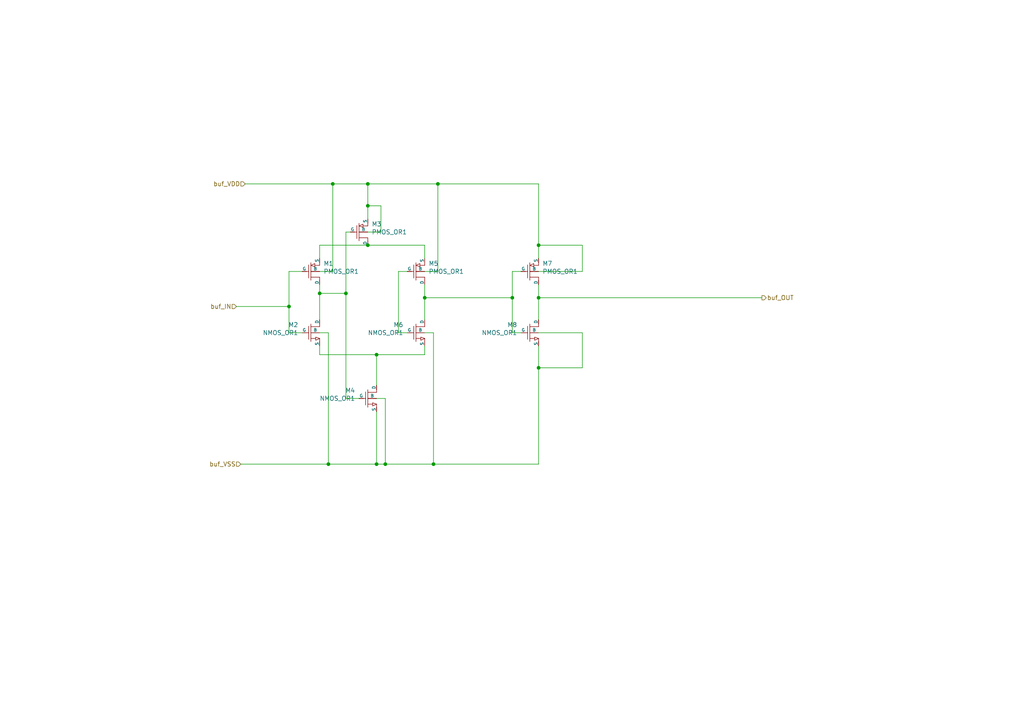
<source format=kicad_sch>
(kicad_sch (version 20230121) (generator eeschema)
  (paper "A4")
  (lib_symbols
    (symbol "0_OR1Symbols:NMOS_OR1" (pin_numbers hide) (pin_names (offset 0))
      (property "Reference" "M" (at 8.89 5.08 0))
      (property "Value" "NMOS_OR1" (at 8.89 2.54 0))
      (symbol "NMOS_OR1_0_1"
        (polyline (pts (xy 0 0) (xy 1.905 0)))
        (polyline (pts (xy 1.905 1.905) (xy 1.905 -1.905)))
        (polyline (pts (xy 2.54 -2.54) (xy 2.54 2.54)))
        (polyline (pts (xy 2.54 -1.651) (xy 3.937 -1.651)))
        (polyline (pts (xy 2.54 0) (xy 5.08 0)))
        (polyline (pts (xy 2.54 1.778) (xy 5.08 1.778)))
        (polyline (pts (xy 3.937 -2.159) (xy 3.937 -1.27)))
        (polyline (pts (xy 3.937 -1.27) (xy 5.08 -1.651)))
        (polyline (pts (xy 5.08 -1.651) (xy 3.937 -2.159)))
        (polyline (pts (xy 5.08 -1.651) (xy 5.08 -3.81)))
        (polyline (pts (xy 5.08 1.778) (xy 5.08 3.81)))
      )
      (symbol "NMOS_OR1_1_1"
        (pin passive line (at 5.08 3.81 270) (length 1.27) (name "D") (number "1"))
        (pin passive line (at 0 0 0) (length 1.27) (name "G") (number "2"))
        (pin passive line (at 5.08 -3.81 90) (length 1.27) (name "S") (number "3"))
        (pin passive line (at 5.08 0 180) (length 2.54) (name "B") (number "4"))
      )
    )
    (symbol "0_OR1Symbols:PMOS_OR1" (pin_numbers hide) (pin_names (offset 0))
      (property "Reference" "M" (at 8.89 5.08 0))
      (property "Value" "PMOS_OR1" (at 8.89 2.54 0))
      (symbol "PMOS_OR1_0_1"
        (polyline (pts (xy 0 0) (xy 1.905 0)))
        (polyline (pts (xy 1.905 1.905) (xy 1.905 -1.905)))
        (polyline (pts (xy 2.54 -2.54) (xy 2.54 2.54)))
        (polyline (pts (xy 2.54 -1.651) (xy 5.08 -1.651)))
        (polyline (pts (xy 2.54 0) (xy 5.08 0)))
        (polyline (pts (xy 2.54 1.778) (xy 3.683 2.286)))
        (polyline (pts (xy 3.683 1.397) (xy 2.54 1.778)))
        (polyline (pts (xy 3.683 1.397) (xy 3.683 2.286)))
        (polyline (pts (xy 3.683 1.778) (xy 5.08 1.778)))
        (polyline (pts (xy 5.08 -1.651) (xy 5.08 -3.81)))
        (polyline (pts (xy 5.08 1.778) (xy 5.08 3.81)))
      )
      (symbol "PMOS_OR1_1_1"
        (pin passive line (at 5.08 -3.81 90) (length 1.27) (name "D") (number "1"))
        (pin passive line (at 0 0 0) (length 1.27) (name "G") (number "2"))
        (pin passive line (at 5.08 3.81 270) (length 1.27) (name "S") (number "3"))
        (pin passive line (at 5.08 0 180) (length 2.54) (name "B") (number "4"))
      )
    )
  )
  (junction (at 156.21 106.68))
  (junction (at 109.22 102.87))
  (junction (at 92.71 85.09))
  (junction (at 127 53.34))
  (junction (at 106.68 71.12))
  (junction (at 123.19 86.36))
  (junction (at 156.21 71.12))
  (junction (at 106.68 59.69))
  (junction (at 106.68 53.34))
  (junction (at 96.52 53.34))
  (junction (at 148.59 86.36))
  (junction (at 125.73 134.62))
  (junction (at 156.21 86.36))
  (junction (at 109.22 134.62))
  (junction (at 100.33 85.09))
  (junction (at 95.25 134.62))
  (junction (at 111.76 134.62))
  (junction (at 83.82 88.9))
  (wire (pts (xy 109.22 119.38) (xy 109.22 134.62)))
  (wire (pts (xy 100.33 85.09) (xy 100.33 115.57)))
  (wire (pts (xy 87.63 96.52) (xy 83.82 96.52)))
  (wire (pts (xy 83.82 88.9) (xy 83.82 96.52)))
  (wire (pts (xy 96.52 53.34) (xy 96.52 78.74)))
  (wire (pts (xy 115.57 96.52) (xy 118.11 96.52)))
  (wire (pts (xy 92.71 71.12) (xy 92.71 74.93)))
  (wire (pts (xy 92.71 85.09) (xy 100.33 85.09)))
  (wire (pts (xy 83.82 78.74) (xy 83.82 88.9)))
  (wire (pts (xy 95.25 96.52) (xy 95.25 134.62)))
  (wire (pts (xy 96.52 78.74) (xy 92.71 78.74)))
  (wire (pts (xy 156.21 100.33) (xy 156.21 106.68)))
  (wire (pts (xy 151.13 78.74) (xy 148.59 78.74)))
  (wire (pts (xy 92.71 102.87) (xy 109.22 102.87)))
  (wire (pts (xy 106.68 53.34) (xy 106.68 59.69)))
  (wire (pts (xy 127 53.34) (xy 127 78.74)))
  (wire (pts (xy 69.85 134.62) (xy 95.25 134.62)))
  (wire (pts (xy 148.59 78.74) (xy 148.59 86.36)))
  (wire (pts (xy 123.19 100.33) (xy 123.19 102.87)))
  (wire (pts (xy 168.91 96.52) (xy 168.91 106.68)))
  (wire (pts (xy 127 53.34) (xy 106.68 53.34)))
  (wire (pts (xy 100.33 115.57) (xy 104.14 115.57)))
  (wire (pts (xy 106.68 59.69) (xy 106.68 63.5)))
  (wire (pts (xy 71.12 53.34) (xy 96.52 53.34)))
  (wire (pts (xy 123.19 86.36) (xy 123.19 92.71)))
  (wire (pts (xy 125.73 134.62) (xy 156.21 134.62)))
  (wire (pts (xy 111.76 134.62) (xy 109.22 134.62)))
  (wire (pts (xy 100.33 85.09) (xy 100.33 67.31)))
  (wire (pts (xy 127 78.74) (xy 123.19 78.74)))
  (wire (pts (xy 156.21 78.74) (xy 168.91 78.74)))
  (wire (pts (xy 111.76 115.57) (xy 111.76 134.62)))
  (wire (pts (xy 92.71 100.33) (xy 92.71 102.87)))
  (wire (pts (xy 92.71 85.09) (xy 92.71 92.71)))
  (wire (pts (xy 156.21 96.52) (xy 168.91 96.52)))
  (wire (pts (xy 156.21 86.36) (xy 156.21 92.71)))
  (wire (pts (xy 68.58 88.9) (xy 83.82 88.9)))
  (wire (pts (xy 115.57 78.74) (xy 115.57 96.52)))
  (wire (pts (xy 168.91 106.68) (xy 156.21 106.68)))
  (wire (pts (xy 156.21 71.12) (xy 156.21 74.93)))
  (wire (pts (xy 92.71 96.52) (xy 95.25 96.52)))
  (wire (pts (xy 156.21 53.34) (xy 156.21 71.12)))
  (wire (pts (xy 125.73 96.52) (xy 125.73 134.62)))
  (wire (pts (xy 123.19 71.12) (xy 123.19 74.93)))
  (wire (pts (xy 106.68 71.12) (xy 92.71 71.12)))
  (wire (pts (xy 83.82 78.74) (xy 87.63 78.74)))
  (wire (pts (xy 118.11 78.74) (xy 115.57 78.74)))
  (wire (pts (xy 110.49 59.69) (xy 110.49 67.31)))
  (wire (pts (xy 156.21 106.68) (xy 156.21 134.62)))
  (wire (pts (xy 156.21 82.55) (xy 156.21 86.36)))
  (wire (pts (xy 109.22 115.57) (xy 111.76 115.57)))
  (wire (pts (xy 96.52 53.34) (xy 106.68 53.34)))
  (wire (pts (xy 109.22 102.87) (xy 109.22 111.76)))
  (wire (pts (xy 100.33 67.31) (xy 101.6 67.31)))
  (wire (pts (xy 106.68 59.69) (xy 110.49 59.69)))
  (wire (pts (xy 123.19 96.52) (xy 125.73 96.52)))
  (wire (pts (xy 123.19 86.36) (xy 148.59 86.36)))
  (wire (pts (xy 156.21 71.12) (xy 168.91 71.12)))
  (wire (pts (xy 123.19 102.87) (xy 109.22 102.87)))
  (wire (pts (xy 111.76 134.62) (xy 125.73 134.62)))
  (wire (pts (xy 92.71 82.55) (xy 92.71 85.09)))
  (wire (pts (xy 123.19 82.55) (xy 123.19 86.36)))
  (wire (pts (xy 156.21 86.36) (xy 220.98 86.36)))
  (wire (pts (xy 168.91 71.12) (xy 168.91 78.74)))
  (wire (pts (xy 95.25 134.62) (xy 109.22 134.62)))
  (wire (pts (xy 110.49 67.31) (xy 106.68 67.31)))
  (wire (pts (xy 127 53.34) (xy 156.21 53.34)))
  (wire (pts (xy 106.68 71.12) (xy 123.19 71.12)))
  (wire (pts (xy 148.59 86.36) (xy 148.59 96.52)))
  (wire (pts (xy 148.59 96.52) (xy 151.13 96.52)))
  (hierarchical_label "buf_OUT" (shape output) (at 220.98 86.36 0))
  (hierarchical_label "buf_VSS" (shape input) (at 69.85 134.62 180))
  (hierarchical_label "buf_VDD" (shape input) (at 71.12 53.34 180))
  (hierarchical_label "buf_IN" (shape input) (at 68.58 88.9 180))
  (symbol (lib_id "0_OR1Symbols:PMOS_OR1") (at 87.63 78.74 0) (unit 1)
    (property "Reference" "M1" (at 93.8276 76.4286 0) (effects (justify left)))
    (property "Value" "PMOS_OR1" (at 93.8276 78.74 0) (effects (justify left)))
    (property "Sim.Device" "SPICE" (effects hide))
    (property "Sim.Params" "type=\"M\" model=\"PMOS_OR1 l=1u w=2u\" lib=\"\"" (effects hide))
    (property "Sim.Pins" "1=1 2=2 3=3 4=4" (effects hide))
    (instances (project "tb" (path "" (reference "M1") (unit 1)) (path "" (reference "M9") (unit 1))) (project "tb" (path "" (reference "M1") (unit 1))) (project "" (path "" (reference "M1") (unit 1))) (project "VCO_buf" (path "" (reference "M1") (unit 1))) (project "HComparator" (path "" (reference "M15") (unit 1))) (project "tb_VCO_buf" (path "" (reference "M1") (unit 1))))
  )
  (symbol (lib_id "0_OR1Symbols:NMOS_OR1") (at 118.11 96.52 0) (unit 1)
    (property "Reference" "M6" (at 116.9924 94.2086 0) (effects (justify right)))
    (property "Value" "NMOS_OR1" (at 116.9924 96.52 0) (effects (justify right)))
    (property "Sim.Device" "SPICE" (effects hide))
    (property "Sim.Params" "type=\"M\" model=\"NMOS_OR1 l=1u w=2u\" lib=\"\"" (effects hide))
    (property "Sim.Pins" "1=1 2=2 3=3 4=4" (effects hide))
    (instances (project "tb" (path "" (reference "M6") (unit 1)) (path "" (reference "M14") (unit 1))) (project "tb" (path "" (reference "M6") (unit 1))) (project "" (path "" (reference "M6") (unit 1))) (project "VCO_buf" (path "" (reference "M6") (unit 1))) (project "HComparator" (path "" (reference "M20") (unit 1))) (project "tb_VCO_buf" (path "" (reference "M6") (unit 1))))
  )
  (symbol (lib_id "0_OR1Symbols:NMOS_OR1") (at 104.14 115.57 0) (unit 1)
    (property "Reference" "M4" (at 103.0224 113.2586 0) (effects (justify right)))
    (property "Value" "NMOS_OR1" (at 103.0224 115.57 0) (effects (justify right)))
    (property "Sim.Device" "SPICE" (effects hide))
    (property "Sim.Params" "type=\"M\" model=\"NMOS_OR1 l=1u w=2u\" lib=\"\"" (effects hide))
    (property "Sim.Pins" "1=1 2=2 3=3 4=4" (effects hide))
    (instances (project "tb" (path "" (reference "M4") (unit 1)) (path "" (reference "M12") (unit 1))) (project "tb" (path "" (reference "M4") (unit 1))) (project "" (path "" (reference "M4") (unit 1))) (project "VCO_buf" (path "" (reference "M4") (unit 1))) (project "HComparator" (path "" (reference "M18") (unit 1))) (project "tb_VCO_buf" (path "" (reference "M4") (unit 1))))
  )
  (symbol (lib_id "0_OR1Symbols:PMOS_OR1") (at 151.13 78.74 0) (unit 1)
    (property "Reference" "M7" (at 157.3276 76.4286 0) (effects (justify left)))
    (property "Value" "PMOS_OR1" (at 157.3276 78.74 0) (effects (justify left)))
    (property "Sim.Device" "SPICE" (effects hide))
    (property "Sim.Params" "type=\"M\" model=\"PMOS_OR1 l=1u w=6u\" lib=\"\"" (effects hide))
    (property "Sim.Pins" "1=1 2=2 3=3 4=4" (effects hide))
    (instances (project "tb" (path "" (reference "M7") (unit 1)) (path "" (reference "M15") (unit 1))) (project "tb" (path "" (reference "M7") (unit 1))) (project "" (path "" (reference "M7") (unit 1))) (project "VCO_buf" (path "" (reference "M7") (unit 1))) (project "HComparator" (path "" (reference "M21") (unit 1))) (project "tb_VCO_buf" (path "" (reference "M7") (unit 1))))
  )
  (symbol (lib_id "0_OR1Symbols:PMOS_OR1") (at 101.6 67.31 0) (unit 1)
    (property "Reference" "M3" (at 107.7976 64.9986 0) (effects (justify left)))
    (property "Value" "PMOS_OR1" (at 107.7976 67.31 0) (effects (justify left)))
    (property "Sim.Device" "SPICE" (effects hide))
    (property "Sim.Params" "type=\"M\" model=\"PMOS_OR1 l=1u w=2u\" lib=\"\"" (effects hide))
    (property "Sim.Pins" "1=1 2=2 3=3 4=4" (effects hide))
    (instances (project "tb" (path "" (reference "M3") (unit 1)) (path "" (reference "M11") (unit 1))) (project "tb" (path "" (reference "M3") (unit 1))) (project "" (path "" (reference "M3") (unit 1))) (project "VCO_buf" (path "" (reference "M3") (unit 1))) (project "HComparator" (path "" (reference "M17") (unit 1))) (project "tb_VCO_buf" (path "" (reference "M3") (unit 1))))
  )
  (symbol (lib_id "0_OR1Symbols:PMOS_OR1") (at 118.11 78.74 0) (unit 1)
    (property "Reference" "M5" (at 124.3076 76.4286 0) (effects (justify left)))
    (property "Value" "PMOS_OR1" (at 124.3076 78.74 0) (effects (justify left)))
    (property "Sim.Device" "SPICE" (effects hide))
    (property "Sim.Params" "type=\"M\" model=\"PMOS_OR1 l=1u w=2u\" lib=\"\"" (effects hide))
    (property "Sim.Pins" "1=1 2=2 3=3 4=4" (effects hide))
    (instances (project "tb" (path "" (reference "M5") (unit 1)) (path "" (reference "M13") (unit 1))) (project "tb" (path "" (reference "M5") (unit 1))) (project "" (path "" (reference "M5") (unit 1))) (project "VCO_buf" (path "" (reference "M5") (unit 1))) (project "HComparator" (path "" (reference "M19") (unit 1))) (project "tb_VCO_buf" (path "" (reference "M5") (unit 1))))
  )
  (symbol (lib_id "0_OR1Symbols:NMOS_OR1") (at 151.13 96.52 0) (unit 1)
    (property "Reference" "M8" (at 150.0124 94.2086 0) (effects (justify right)))
    (property "Value" "NMOS_OR1" (at 150.0124 96.52 0) (effects (justify right)))
    (property "Sim.Device" "SPICE" (effects hide))
    (property "Sim.Params" "type=\"M\" model=\"NMOS_OR1 l=1u w=2u\" lib=\"\"" (effects hide))
    (property "Sim.Pins" "1=1 2=2 3=3 4=4" (effects hide))
    (instances (project "tb" (path "" (reference "M8") (unit 1)) (path "" (reference "M16") (unit 1))) (project "tb" (path "" (reference "M8") (unit 1))) (project "" (path "" (reference "M8") (unit 1))) (project "VCO_buf" (path "" (reference "M8") (unit 1))) (project "HComparator" (path "" (reference "M22") (unit 1))) (project "tb_VCO_buf" (path "" (reference "M8") (unit 1))))
  )
  (symbol (lib_id "0_OR1Symbols:NMOS_OR1") (at 87.63 96.52 0) (unit 1)
    (property "Reference" "M2" (at 86.5124 94.2086 0) (effects (justify right)))
    (property "Value" "NMOS_OR1" (at 86.5124 96.52 0) (effects (justify right)))
    (property "Sim.Device" "SPICE" (effects hide))
    (property "Sim.Params" "type=\"M\" model=\"NMOS_OR1 l=1u w=2u\" lib=\"\"" (effects hide))
    (property "Sim.Pins" "1=1 2=2 3=3 4=4" (effects hide))
    (instances (project "tb" (path "" (reference "M2") (unit 1)) (path "" (reference "M10") (unit 1))) (project "tb" (path "" (reference "M2") (unit 1))) (project "" (path "" (reference "M2") (unit 1))) (project "VCO_buf" (path "" (reference "M2") (unit 1))) (project "HComparator" (path "" (reference "M16") (unit 1))) (project "tb_VCO_buf" (path "" (reference "M2") (unit 1))))
  )
)
</source>
